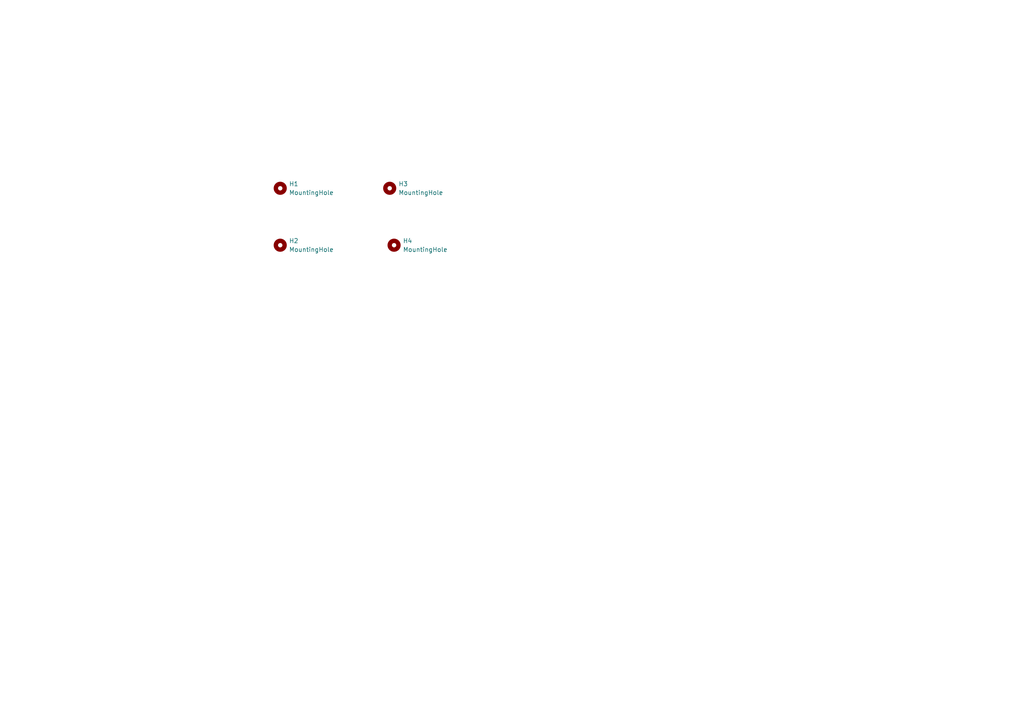
<source format=kicad_sch>
(kicad_sch (version 20230121) (generator eeschema)
  (paper "A4")
  (title_block (title "ConnectorX") (date "2023-11-14") (rev "2") (company "Evan Rust"))
  (lib_symbols
    (symbol "Mechanical:MountingHole" (pin_names (offset 1.016))
      (property "Reference" "H" (at 0 5.08 0))
      (property "Value" "MountingHole" (at 0 3.175 0))
      (symbol "MountingHole_0_1"
        (circle (center 0 0) (radius 1.27) (stroke (width 1.27)))
      )
    )
  )
  (symbol (lib_id "Mechanical:MountingHole") (at 81.28 54.61 0) (unit 1)
    (property "Reference" "H1" (at 83.82 53.34 0) (effects (justify left)))
    (property "Value" "MountingHole" (at 83.82 55.88 0) (effects (justify left)))
    (property "Footprint" "MountingHole:MountingHole_3.2mm_M3_Pad_Via" (effects hide))
  )
  (symbol (lib_id "Mechanical:MountingHole") (at 81.28 71.12 0) (unit 1)
    (property "Reference" "H2" (at 83.82 69.85 0) (effects (justify left)))
    (property "Value" "MountingHole" (at 83.82 72.39 0) (effects (justify left)))
    (property "Footprint" "MountingHole:MountingHole_3.2mm_M3_Pad_Via" (effects hide))
  )
  (symbol (lib_id "Mechanical:MountingHole") (at 114.3 71.12 0) (unit 1)
    (property "Reference" "H4" (at 116.84 69.85 0) (effects (justify left)))
    (property "Value" "MountingHole" (at 116.84 72.39 0) (effects (justify left)))
    (property "Footprint" "MountingHole:MountingHole_3.2mm_M3_Pad_Via" (effects hide))
  )
  (symbol (lib_id "Mechanical:MountingHole") (at 113.03 54.61 0) (unit 1)
    (property "Reference" "H3" (at 115.57 53.34 0) (effects (justify left)))
    (property "Value" "MountingHole" (at 115.57 55.88 0) (effects (justify left)))
    (property "Footprint" "MountingHole:MountingHole_3.2mm_M3_Pad_Via" (effects hide))
  )
)
</source>
